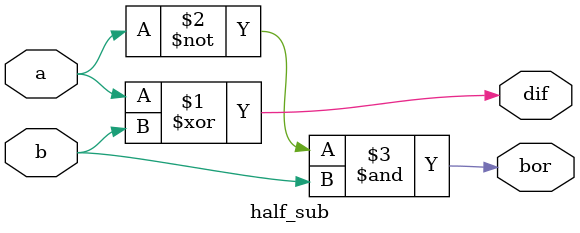
<source format=sv>
/*module half_sub(dif,bor,a,b);
  output dif,bor;
  input a,b;
  
  xor x1(dif,a,b);
  and a1(bor,~a,b);
  
endmodule*/


module half_sub(dif,bor,a,b);
  output dif,bor;
  input a,b;
   assign dif= a^b;
  assign bor = (~a)&b;
  
endmodule


</source>
